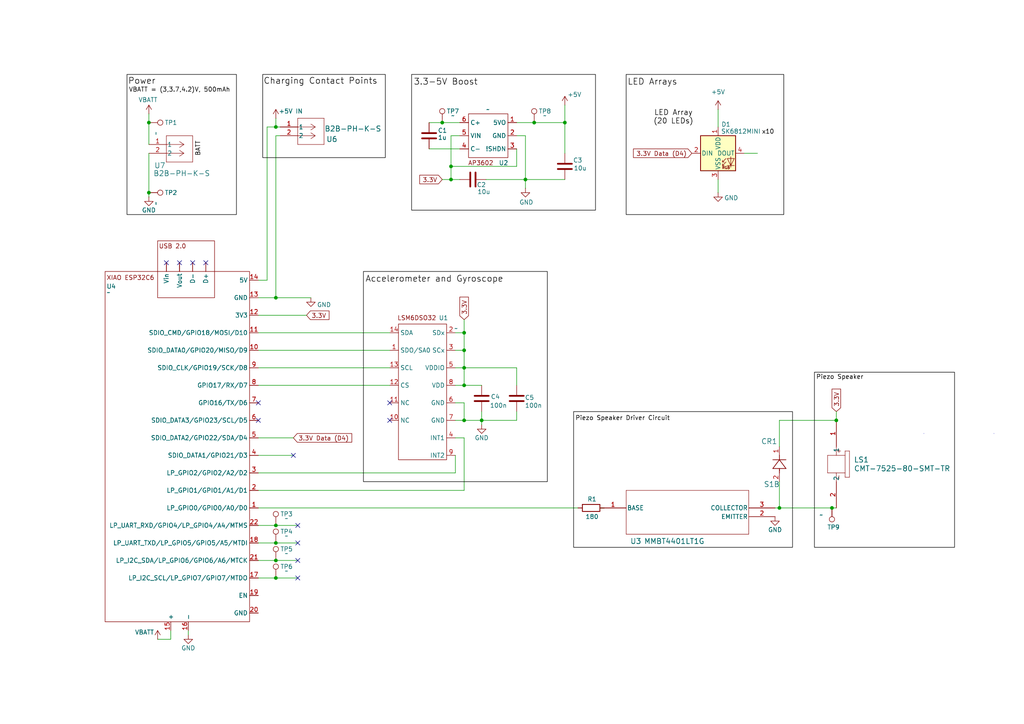
<source format=kicad_sch>
(kicad_sch (version 20231120) (generator "eeschema") (generator_version "8.0")
  (paper "A4")
  (title_block (title "LED20 Final Schematic") (date "2024-11-21") (rev "5") (company "Team 01") (comment 1 "Schematic of LED20"))
  (lib_symbols
    (symbol "2024-11-12_01-25-46:B2B-PH-K-S" (pin_names (offset 0.254))
      (property "Reference" "U6" (at 3.302 -4.318 0))
      (property "Value" "B2B-PH-K-S" (at 5.588 -6.35 0))
      (symbol "B2B-PH-K-S_1_1"
        (polyline (pts (xy 5.08 -5.08) (xy 12.7 -5.08)) (stroke (width 0.127)))
        (polyline (pts (xy 5.08 2.54) (xy 5.08 -5.08)) (stroke (width 0.127)))
        (polyline (pts (xy 10.16 -2.54) (xy 5.08 -2.54)) (stroke (width 0.127)))
        (polyline (pts (xy 10.16 -2.54) (xy 8.89 -3.3867)) (stroke (width 0.127)))
        (polyline (pts (xy 10.16 -2.54) (xy 8.89 -1.6933)) (stroke (width 0.127)))
        (polyline (pts (xy 10.16 0) (xy 5.08 0)) (stroke (width 0.127)))
        (polyline (pts (xy 10.16 0) (xy 8.89 -0.8467)) (stroke (width 0.127)))
        (polyline (pts (xy 10.16 0) (xy 8.89 0.8467)) (stroke (width 0.127)))
        (polyline (pts (xy 12.7 -5.08) (xy 12.7 2.54)) (stroke (width 0.127)))
        (polyline (pts (xy 12.7 2.54) (xy 5.08 2.54)) (stroke (width 0.127)))
        (pin power_out line (at 0 0 0) (length 5.08) (name "1") (number "1"))
        (pin power_out line (at 0 -2.54 0) (length 5.08) (name "2") (number "2"))
      )
    )
    (symbol "2024-11-12_02-31-52:CMT-7525-80-SMT-TR" (pin_names (offset 0.254))
      (property "Reference" "LS" (at 12.7 10.16 0))
      (property "Value" "CMT-7525-80-SMT-TR" (at 12.7 7.62 0))
      (symbol "CMT-7525-80-SMT-TR_1_1"
        (polyline (pts (xy 7.62 0) (xy 10.16 0)) (stroke (width 0.127)))
        (polyline (pts (xy 8.382 0.762) (xy 9.398 0.762)) (stroke (width 0.127)))
        (polyline (pts (xy 8.89 1.27) (xy 8.89 0.254)) (stroke (width 0.127)))
        (polyline (pts (xy 8.89 3.81) (xy 8.89 2.54)) (stroke (width 0.127)))
        (polyline (pts (xy 8.89 3.81) (xy 16.51 3.81)) (stroke (width 0.127)))
        (polyline (pts (xy 10.16 -2.54) (xy 15.24 -2.54)) (stroke (width 0.127)))
        (polyline (pts (xy 10.16 2.54) (xy 10.16 -2.54)) (stroke (width 0.127)))
        (polyline (pts (xy 15.24 -2.54) (xy 15.24 2.54)) (stroke (width 0.127)))
        (polyline (pts (xy 16.002 0.762) (xy 17.018 0.762)) (stroke (width 0.127)))
        (polyline (pts (xy 16.51 2.54) (xy 8.89 2.54)) (stroke (width 0.127)))
        (polyline (pts (xy 16.51 3.81) (xy 16.51 2.54)) (stroke (width 0.127)))
        (polyline (pts (xy 17.78 0) (xy 15.24 0)) (stroke (width 0.127)))
        (pin unspecified line (at 0 0 0) (length 7.62) (name "1") (number "1"))
        (pin unspecified line (at 25.4 0 180) (length 7.62) (name "2") (number "2"))
      )
    )
    (symbol "2024-11-20_21-45-17:MMBT4401LT1G" (pin_names (offset 0.254))
      (property "Reference" "U" (at 25.4 10.16 0))
      (property "Value" "MMBT4401LT1G" (at 25.4 7.62 0))
      (symbol "MMBT4401LT1G_0_1"
        (polyline (pts (xy 7.62 -7.62) (xy 43.18 -7.62)) (stroke (width 0.127)))
        (polyline (pts (xy 7.62 5.08) (xy 7.62 -7.62)) (stroke (width 0.127)))
        (polyline (pts (xy 43.18 -7.62) (xy 43.18 5.08)) (stroke (width 0.127)))
        (polyline (pts (xy 43.18 5.08) (xy 7.62 5.08)) (stroke (width 0.127)))
        (pin unspecified line (at 0 0 0) (length 7.62) (name "BASE") (number "1"))
        (pin unspecified line (at 50.8 -2.54 180) (length 7.62) (name "EMITTER") (number "2"))
        (pin unspecified line (at 50.8 0 180) (length 7.62) (name "COLLECTOR") (number "3"))
      )
    )
    (symbol "B2B-PH-K-S_1" (pin_names (offset 0.254))
      (property "Reference" "U7" (at 1.524 -6.096 0))
      (property "Value" "B2B-PH-K-S" (at 1.27 -8.382 0))
      (symbol "B2B-PH-K-S_1_1_1"
        (polyline (pts (xy 5.08 -5.08) (xy 12.7 -5.08)) (stroke (width 0.127)))
        (polyline (pts (xy 5.08 2.54) (xy 5.08 -5.08)) (stroke (width 0.127)))
        (polyline (pts (xy 10.16 -2.54) (xy 5.08 -2.54)) (stroke (width 0.127)))
        (polyline (pts (xy 10.16 -2.54) (xy 8.89 -3.3867)) (stroke (width 0.127)))
        (polyline (pts (xy 10.16 -2.54) (xy 8.89 -1.6933)) (stroke (width 0.127)))
        (polyline (pts (xy 10.16 0) (xy 5.08 0)) (stroke (width 0.127)))
        (polyline (pts (xy 10.16 0) (xy 8.89 -0.8467)) (stroke (width 0.127)))
        (polyline (pts (xy 10.16 0) (xy 8.89 0.8467)) (stroke (width 0.127)))
        (polyline (pts (xy 12.7 -5.08) (xy 12.7 2.54)) (stroke (width 0.127)))
        (polyline (pts (xy 12.7 2.54) (xy 5.08 2.54)) (stroke (width 0.127)))
        (pin power_out line (at 0 0 0) (length 5.08) (name "1") (number "1"))
        (pin power_out line (at 0 -2.54 0) (length 5.08) (name "2") (number "2"))
      )
    )
    (symbol "Connector:TestPoint" (pin_numbers hide) (pin_names (offset 0.762) hide)
      (property "Reference" "TP" (at 0 6.858 0))
      (property "Value" "TestPoint" (at 0 5.08 0))
      (symbol "TestPoint_0_1"
        (circle (center 0 3.302) (radius 0.762))
      )
      (symbol "TestPoint_1_1"
        (pin passive line (at 0 0 90) (length 2.54) (name "1") (number "1"))
      )
    )
    (symbol "Device:C" (pin_numbers hide) (pin_names (offset 0.254))
      (property "Reference" "C" (at 0.635 2.54 0))
      (property "Value" "C" (at 0.635 -2.54 0))
      (symbol "C_0_1"
        (polyline (pts (xy -2.032 -0.762) (xy 2.032 -0.762)) (stroke (width 0.508)))
        (polyline (pts (xy -2.032 0.762) (xy 2.032 0.762)) (stroke (width 0.508)))
      )
      (symbol "C_1_1"
        (pin passive line (at 0 3.81 270) (length 2.794) (name "~") (number "1"))
        (pin passive line (at 0 -3.81 90) (length 2.794) (name "~") (number "2"))
      )
    )
    (symbol "Device:R" (pin_numbers hide) (pin_names (offset 0))
      (property "Reference" "R" (at 2.032 0 90))
      (property "Value" "R" (at 0 0 90))
      (symbol "R_0_1"
        (rectangle (start -1.016 -2.54) (end 1.016 2.54) (stroke (width 0.254)))
      )
      (symbol "R_1_1"
        (pin passive line (at 0 3.81 270) (length 1.27) (name "~") (number "1"))
        (pin passive line (at 0 -3.81 90) (length 1.27) (name "~") (number "2"))
      )
    )
    (symbol "DiodeLED20:S1B" (pin_names (offset 0.254))
      (property "Reference" "CR" (at 5.08 4.445 0))
      (property "Value" "S1B" (at 5.08 -3.81 0))
      (symbol "S1B_1_1"
        (polyline (pts (xy 2.54 0) (xy 3.4798 0)) (stroke (width 0.2032)))
        (polyline (pts (xy 3.175 0) (xy 3.81 0)) (stroke (width 0.2032)))
        (polyline (pts (xy 3.81 -1.905) (xy 6.35 0)) (stroke (width 0.2032)))
        (polyline (pts (xy 3.81 1.905) (xy 3.81 -1.905)) (stroke (width 0.2032)))
        (polyline (pts (xy 6.35 -1.905) (xy 6.35 1.905)) (stroke (width 0.2032)))
        (polyline (pts (xy 6.35 0) (xy 3.81 1.905)) (stroke (width 0.2032)))
        (polyline (pts (xy 6.35 0) (xy 7.62 0)) (stroke (width 0.2032)))
        (pin unspecified line (at 10.16 0 180) (length 2.54) (name "") (number "1"))
        (pin unspecified line (at 0 0 0) (length 2.54) (name "") (number "2"))
      )
      (symbol "S1B_1_2"
        (polyline (pts (xy -1.905 3.81) (xy 1.905 3.81)) (stroke (width 0.2032)))
        (polyline (pts (xy 0 2.54) (xy 0 3.4798)) (stroke (width 0.2032)))
        (polyline (pts (xy 0 3.175) (xy 0 3.81)) (stroke (width 0.2032)))
        (polyline (pts (xy 0 6.35) (xy -1.905 3.81)) (stroke (width 0.2032)))
        (polyline (pts (xy 0 6.35) (xy 0 7.62)) (stroke (width 0.2032)))
        (polyline (pts (xy 1.905 3.81) (xy 0 6.35)) (stroke (width 0.2032)))
        (polyline (pts (xy 1.905 6.35) (xy -1.905 6.35)) (stroke (width 0.2032)))
        (pin unspecified line (at 0 10.16 270) (length 2.54) (name "") (number "1"))
        (pin unspecified line (at 0 0 90) (length 2.54) (name "") (number "2"))
      )
    )
    (symbol "LED20_Library:AP3602"
      (property "Reference" "U" (at 3.302 -14.224 0))
      (symbol "AP3602_0_1"
        (rectangle (start -7.62 0) (end 3.81 -12.7))
      )
      (symbol "AP3602_1_1"
        (text "AP3602" (at -4.064 -14.224 0) (effects (font (size 1.27 1.27))))
        (pin power_out line (at 6.35 -2.54 180) (length 2.54) (name "5VO") (number "1"))
        (pin power_in line (at 6.35 -6.35 180) (length 2.54) (name "GND") (number "2"))
        (pin input line (at 6.35 -10.16 180) (length 2.54) (name "!SHDN") (number "3"))
        (pin input line (at -10.16 -10.16 0) (length 2.54) (name "C-") (number "4"))
        (pin power_in line (at -10.16 -6.35 0) (length 2.54) (name "VIN") (number "5"))
        (pin input line (at -10.16 -2.54 0) (length 2.54) (name "C+") (number "6"))
      )
    )
    (symbol "LED20_Library:LSM6DSO32"
      (property "Reference" "U1" (at 1.524 4.318 0))
      (property "Value" "~" (at 6.0041 1.27 0))
      (symbol "LSM6DSO32_0_1"
        (rectangle (start -10.16 2.54) (end 3.81 -36.83))
      )
      (symbol "LSM6DSO32_1_1"
        (text "LSM6DSO32" (at -4.826 4.318 0) (effects (font (size 1.27 1.27))))
        (pin output line (at -12.7 -5.08 0) (length 2.54) (name "SDO/SA0") (number "1"))
        (pin unspecified line (at -12.7 -25.4 0) (length 2.54) (name "NC") (number "10"))
        (pin unspecified line (at -12.7 -20.32 0) (length 2.54) (name "NC") (number "11"))
        (pin input line (at -12.7 -15.24 0) (length 2.54) (name "CS") (number "12"))
        (pin output line (at -12.7 -10.16 0) (length 2.54) (name "SCL") (number "13"))
        (pin output line (at -12.7 0 0) (length 2.54) (name "SDA") (number "14"))
        (pin power_in line (at 6.35 0 180) (length 2.54) (name "SDx") (number "2"))
        (pin power_in line (at 6.35 -5.08 180) (length 2.54) (name "SCx") (number "3"))
        (pin output line (at 6.35 -30.48 180) (length 2.54) (name "INT1") (number "4"))
        (pin power_in line (at 6.35 -10.16 180) (length 2.54) (name "VDDIO") (number "5"))
        (pin power_in line (at 6.35 -20.32 180) (length 2.54) (name "GND") (number "6"))
        (pin power_in line (at 6.35 -25.4 180) (length 2.54) (name "GND") (number "7"))
        (pin power_in line (at 6.35 -15.24 180) (length 2.54) (name "VDD") (number "8"))
        (pin output line (at 6.35 -35.56 180) (length 2.54) (name "INT2") (number "9"))
      )
    )
    (symbol "LED20_Library:XIAO_ESP32C6"
      (property "Reference" "U4" (at -24.892 28.702 0))
      (property "Value" "~" (at -25.654 26.924 0))
      (symbol "XIAO_ESP32C6_0_1"
        (rectangle (start -26.67 33.02) (end 15.24 -68.58))
        (rectangle (start -11.43 41.91) (end 5.08 25.4))
      )
      (symbol "XIAO_ESP32C6_1_1"
        (text "USB 2.0" (at -7.112 40.386 0) (effects (font (size 1.27 1.27))))
        (text "XIAO ESP32C6" (at -19.304 31.242 0) (effects (font (size 1.27 1.27))))
        (pin bidirectional line (at 2.54 35.56 270) (length 2.54) (name "D+") (number ""))
        (pin bidirectional line (at -1.27 35.56 270) (length 2.54) (name "D-") (number ""))
        (pin power_in line (at -8.89 35.56 270) (length 2.54) (name "Vin") (number ""))
        (pin power_out line (at -5.08 35.56 270) (length 2.54) (name "Vout") (number ""))
        (pin bidirectional line (at 17.78 -35.56 180) (length 2.54) (name "LP_GPIO0/GPIO0/A0/D0") (number "1"))
        (pin bidirectional line (at 17.78 10.16 180) (length 2.54) (name "SDIO_DATA0/GPIO20/MISO/D9") (number "10"))
        (pin bidirectional line (at 17.78 15.24 180) (length 2.54) (name "SDIO_CMD/GPIO18/MOSI/D10") (number "11"))
        (pin power_out line (at 17.78 20.32 180) (length 2.54) (name "3V3") (number "12"))
        (pin power_in line (at 17.78 25.4 180) (length 2.54) (name "GND") (number "13"))
        (pin power_in line (at 17.78 30.48 180) (length 2.54) (name "5V") (number "14"))
        (pin power_in line (at -7.62 -71.12 90) (length 2.54) (name "+") (number "15"))
        (pin power_in line (at -2.54 -71.12 90) (length 2.54) (name "-") (number "16"))
        (pin bidirectional line (at 17.78 -55.88 180) (length 2.54) (name "LP_I2C_SCL/LP_GPIO7/GPIO7/MTDO") (number "17"))
        (pin bidirectional line (at 17.78 -45.72 180) (length 2.54) (name "LP_UART_TXD/LP_GPIO5/GPIO5/A5/MTDI") (number "18"))
        (pin power_in line (at 17.78 -60.96 180) (length 2.54) (name "EN") (number "19"))
        (pin bidirectional line (at 17.78 -30.48 180) (length 2.54) (name "LP_GPIO1/GPIO1/A1/D1") (number "2"))
        (pin power_in line (at 17.78 -66.04 180) (length 2.54) (name "GND") (number "20"))
        (pin bidirectional line (at 17.78 -50.8 180) (length 2.54) (name "LP_I2C_SDA/LP_GPIO6/GPIO6/A6/MTCK") (number "21"))
        (pin bidirectional line (at 17.78 -40.64 180) (length 2.54) (name "LP_UART_RXD/GPIO4/LP_GPIO4/A4/MTMS") (number "22"))
        (pin bidirectional line (at 17.78 -25.4 180) (length 2.54) (name "LP_GPIO2/GPIO2/A2/D2") (number "3"))
        (pin bidirectional line (at 17.78 -20.32 180) (length 2.54) (name "SDIO_DATA1/GPIO21/D3") (number "4"))
        (pin bidirectional line (at 17.78 -15.24 180) (length 2.54) (name "SDIO_DATA2/GPIO22/SDA/D4") (number "5"))
        (pin bidirectional line (at 17.78 -10.16 180) (length 2.54) (name "SDIO_DATA3/GPIO23/SCL/D5") (number "6"))
        (pin bidirectional line (at 17.78 -5.08 180) (length 2.54) (name "GPIO16/TX/D6") (number "7"))
        (pin bidirectional line (at 17.78 0 180) (length 2.54) (name "GPIO17/RX/D7") (number "8"))
        (pin bidirectional line (at 17.78 5.08 180) (length 2.54) (name "SDIO_CLK/GPIO19/SCK/D8") (number "9"))
      )
    )
    (symbol "LED:SK6812MINI" (pin_names (offset 0.254))
      (property "Reference" "D1" (at 2.286 8.382 0))
      (property "Value" "SK6812MINI" (at 6.604 6.35 0))
      (symbol "SK6812MINI_0_0"
        (text "RGB" (at 2.286 -4.191 0) (effects (font (size 0.762 0.762))))
      )
      (symbol "SK6812MINI_0_1"
        (polyline (pts (xy 1.27 -3.556) (xy 1.778 -3.556)))
        (polyline (pts (xy 1.27 -2.54) (xy 1.778 -2.54)))
        (polyline (pts (xy 4.699 -3.556) (xy 2.667 -3.556)))
        (polyline (pts (xy 2.286 -2.54) (xy 1.27 -3.556) (xy 1.27 -3.048)))
        (polyline (pts (xy 2.286 -1.524) (xy 1.27 -2.54) (xy 1.27 -2.032)))
        (polyline (pts (xy 3.683 -1.016) (xy 3.683 -3.556) (xy 3.683 -4.064)))
        (polyline (pts (xy 4.699 -1.524) (xy 2.667 -1.524) (xy 3.683 -3.556) (xy 4.699 -1.524)))
        (rectangle (start 5.08 5.08) (end -5.08 -5.08) (stroke (width 0.254)) (fill (type background)))
      )
      (symbol "SK6812MINI_1_1"
        (pin power_in line (at 0 7.62 270) (length 2.54) (name "VDD") (number "1"))
        (pin input line (at -7.62 0 0) (length 2.54) (name "DIN") (number "2"))
        (pin power_in line (at 0 -7.62 90) (length 2.54) (name "VSS") (number "3"))
        (pin output line (at 7.62 0 180) (length 2.54) (name "DOUT") (number "4"))
      )
    )
    (symbol "power:+5V" (power) (pin_numbers hide) (pin_names (offset 0) hide)
      (property "Value" "+5V" (at 0 3.556 0))
      (symbol "+5V_0_1"
        (polyline (pts (xy -0.762 1.27) (xy 0 2.54)))
        (polyline (pts (xy 0 0) (xy 0 2.54)))
        (polyline (pts (xy 0 2.54) (xy 0.762 1.27)))
      )
      (symbol "+5V_1_1"
        (pin power_in line (at 0 0 90) (length 0) (name "~") (number "1"))
      )
    )
    (symbol "power:+BATT" (power) (pin_numbers hide) (pin_names (offset 0) hide)
      (property "Value" "+BATT" (at 0 3.556 0))
      (symbol "+BATT_0_1"
        (polyline (pts (xy -0.762 1.27) (xy 0 2.54)))
        (polyline (pts (xy 0 0) (xy 0 2.54)))
        (polyline (pts (xy 0 2.54) (xy 0.762 1.27)))
      )
      (symbol "+BATT_1_1"
        (pin power_in line (at 0 0 90) (length 0) (name "~") (number "1"))
      )
    )
    (symbol "power:GND" (power) (pin_numbers hide) (pin_names (offset 0) hide)
      (property "Value" "GND" (at 0 -3.81 0))
      (symbol "GND_0_1"
        (polyline (pts (xy 0 0) (xy 0 -1.27) (xy 1.27 -1.27) (xy 0 -2.54) (xy -1.27 -1.27) (xy 0 -1.27)))
      )
      (symbol "GND_1_1"
        (pin power_in line (at 0 0 270) (length 0) (name "~") (number "1"))
      )
    )
  )
  (junction (at 139.7 121.92))
  (junction (at 134.62 121.92))
  (junction (at 130.81 52.07))
  (junction (at 134.62 106.68))
  (junction (at 241.3 147.32))
  (junction (at 43.18 35.56))
  (junction (at 80.01 167.64))
  (junction (at 80.01 36.83))
  (junction (at 152.4 52.07))
  (junction (at 80.01 86.36))
  (junction (at 242.57 121.92))
  (junction (at 43.18 55.88))
  (junction (at 134.62 101.6))
  (junction (at 226.06 147.32))
  (junction (at 80.01 162.56))
  (junction (at 80.01 157.48))
  (junction (at 130.81 48.26))
  (junction (at 154.94 35.56))
  (junction (at 134.62 96.52))
  (junction (at 128.27 35.56))
  (junction (at 163.83 35.56))
  (junction (at 134.62 111.76))
  (junction (at 80.01 152.4))
  (no_connect (at 113.03 116.84))
  (no_connect (at 113.03 121.92))
  (no_connect (at 55.88 76.2))
  (no_connect (at 86.36 152.4))
  (no_connect (at 59.69 76.2))
  (no_connect (at 86.36 162.56))
  (no_connect (at 74.93 116.84))
  (no_connect (at 86.36 167.64))
  (no_connect (at 74.93 121.92))
  (no_connect (at 85.09 132.08))
  (no_connect (at 52.07 76.2))
  (no_connect (at 86.36 157.48))
  (no_connect (at 48.26 76.2))
  (wire (pts (xy 152.4 54.61) (xy 152.4 52.07)))
  (wire (pts (xy 134.62 142.24) (xy 134.62 127)))
  (wire (pts (xy 132.08 132.08) (xy 132.08 137.16)))
  (wire (pts (xy 80.01 86.36) (xy 90.17 86.36)))
  (wire (pts (xy 215.9 44.45) (xy 219.71 44.45)))
  (wire (pts (xy 175.26 147.32) (xy 173.99 147.32)))
  (wire (pts (xy 139.7 121.92) (xy 134.62 121.92)))
  (wire (pts (xy 163.83 35.56) (xy 163.83 44.45)))
  (wire (pts (xy 224.79 147.32) (xy 226.06 147.32)))
  (wire (pts (xy 80.01 152.4) (xy 74.93 152.4)))
  (wire (pts (xy 152.4 52.07) (xy 152.4 39.37)))
  (wire (pts (xy 134.62 127) (xy 132.08 127)))
  (wire (pts (xy 74.93 127) (xy 85.09 127)))
  (wire (pts (xy 163.83 30.48) (xy 163.83 35.56)))
  (wire (pts (xy 134.62 96.52) (xy 134.62 92.71)))
  (wire (pts (xy 132.08 116.84) (xy 134.62 116.84)))
  (wire (pts (xy 86.36 152.4) (xy 80.01 152.4)))
  (wire (pts (xy 74.93 101.6) (xy 113.03 101.6)))
  (wire (pts (xy 80.01 157.48) (xy 74.93 157.48)))
  (wire (pts (xy 132.08 101.6) (xy 134.62 101.6)))
  (wire (pts (xy 74.93 137.16) (xy 132.08 137.16)))
  (wire (pts (xy 134.62 111.76) (xy 139.7 111.76)))
  (wire (pts (xy 152.4 52.07) (xy 163.83 52.07)))
  (wire (pts (xy 74.93 132.08) (xy 85.09 132.08)))
  (wire (pts (xy 43.18 44.45) (xy 43.18 55.88)))
  (wire (pts (xy 132.08 121.92) (xy 134.62 121.92)))
  (wire (pts (xy 208.28 52.07) (xy 208.28 55.88)))
  (wire (pts (xy 86.36 167.64) (xy 80.01 167.64)))
  (wire (pts (xy 130.81 52.07) (xy 133.35 52.07)))
  (wire (pts (xy 43.18 55.88) (xy 43.18 57.15)))
  (wire (pts (xy 80.01 39.37) (xy 80.01 86.36)))
  (wire (pts (xy 149.86 48.26) (xy 130.81 48.26)))
  (wire (pts (xy 74.93 147.32) (xy 167.64 147.32)))
  (wire (pts (xy 226.06 139.7) (xy 226.06 147.32)))
  (wire (pts (xy 226.06 147.32) (xy 241.3 147.32)))
  (wire (pts (xy 132.08 111.76) (xy 134.62 111.76)))
  (wire (pts (xy 132.08 96.52) (xy 134.62 96.52)))
  (wire (pts (xy 139.7 123.19) (xy 139.7 121.92)))
  (wire (pts (xy 149.86 111.76) (xy 149.86 106.68)))
  (wire (pts (xy 74.93 142.24) (xy 134.62 142.24)))
  (wire (pts (xy 130.81 48.26) (xy 130.81 52.07)))
  (wire (pts (xy 134.62 111.76) (xy 134.62 106.68)))
  (wire (pts (xy 133.35 39.37) (xy 130.81 39.37)))
  (wire (pts (xy 80.01 167.64) (xy 74.93 167.64)))
  (wire (pts (xy 134.62 106.68) (xy 149.86 106.68)))
  (wire (pts (xy 86.36 162.56) (xy 80.01 162.56)))
  (wire (pts (xy 74.93 91.44) (xy 88.9 91.44)))
  (wire (pts (xy 241.3 147.32) (xy 242.57 147.32)))
  (wire (pts (xy 130.81 39.37) (xy 130.81 48.26)))
  (wire (pts (xy 140.97 52.07) (xy 152.4 52.07)))
  (wire (pts (xy 128.27 35.56) (xy 133.35 35.56)))
  (wire (pts (xy 54.61 182.88) (xy 54.61 184.15)))
  (wire (pts (xy 226.06 129.54) (xy 226.06 121.92)))
  (wire (pts (xy 149.86 39.37) (xy 152.4 39.37)))
  (wire (pts (xy 43.18 35.56) (xy 43.18 41.91)))
  (wire (pts (xy 74.93 106.68) (xy 113.03 106.68)))
  (wire (pts (xy 77.47 36.83) (xy 80.01 36.83)))
  (wire (pts (xy 149.86 35.56) (xy 154.94 35.56)))
  (wire (pts (xy 139.7 121.92) (xy 149.86 121.92)))
  (wire (pts (xy 49.53 185.42) (xy 49.53 182.88)))
  (wire (pts (xy 80.01 162.56) (xy 74.93 162.56)))
  (wire (pts (xy 45.72 185.42) (xy 49.53 185.42)))
  (wire (pts (xy 134.62 106.68) (xy 134.62 101.6)))
  (wire (pts (xy 154.94 35.56) (xy 163.83 35.56)))
  (wire (pts (xy 139.7 119.38) (xy 139.7 121.92)))
  (wire (pts (xy 124.46 35.56) (xy 128.27 35.56)))
  (wire (pts (xy 80.01 39.37) (xy 81.28 39.37)))
  (wire (pts (xy 132.08 106.68) (xy 134.62 106.68)))
  (wire (pts (xy 134.62 116.84) (xy 134.62 121.92)))
  (wire (pts (xy 77.47 81.28) (xy 74.93 81.28)))
  (wire (pts (xy 208.28 31.75) (xy 208.28 36.83)))
  (wire (pts (xy 74.93 86.36) (xy 80.01 86.36)))
  (wire (pts (xy 80.01 34.29) (xy 80.01 36.83)))
  (wire (pts (xy 86.36 157.48) (xy 80.01 157.48)))
  (wire (pts (xy 74.93 96.52) (xy 113.03 96.52)))
  (wire (pts (xy 149.86 119.38) (xy 149.86 121.92)))
  (wire (pts (xy 43.18 33.02) (xy 43.18 35.56)))
  (wire (pts (xy 134.62 101.6) (xy 134.62 96.52)))
  (wire (pts (xy 124.46 43.18) (xy 133.35 43.18)))
  (wire (pts (xy 74.93 111.76) (xy 113.03 111.76)))
  (wire (pts (xy 242.57 119.38) (xy 242.57 121.92)))
  (wire (pts (xy 81.28 36.83) (xy 80.01 36.83)))
  (wire (pts (xy 77.47 36.83) (xy 77.47 81.28)))
  (wire (pts (xy 149.86 43.18) (xy 149.86 48.26)))
  (wire (pts (xy 226.06 121.92) (xy 242.57 121.92)))
  (wire (pts (xy 128.27 52.07) (xy 130.81 52.07)))
  (rectangle (start 267.97 125.73) (end 267.97 125.73))
  (rectangle (start 105.41 78.74) (end 158.75 139.7) (stroke (width 0) (color 0 0 0 1)))
  (rectangle (start 166.37 119.38) (end 229.87 158.75) (stroke (width 0) (color 0 0 0 1)))
  (rectangle (start 76.2 21.59) (end 111.76 45.72) (stroke (width 0) (color 0 0 0 1)))
  (rectangle (start 181.61 21.59) (end 227.33 62.23) (stroke (width 0) (color 0 0 0 1)))
  (rectangle (start 119.38 21.59) (end 172.72 60.96) (stroke (width 0) (color 0 0 0 1)))
  (rectangle (start 288.29 125.73) (end 288.29 125.73))
  (rectangle (start 236.22 107.95) (end 276.86 158.75) (stroke (width 0) (color 0 0 0 1)))
  (rectangle (start 36.83 21.59) (end 68.58 62.23) (stroke (width 0) (color 0 0 0 1)))
  (text "Charging Contact Points\n" (at 92.964 23.622 0) (effects (font (size 1.778 1.778))))
  (text "Piezo Speaker\n" (at 243.586 109.474 0) (effects (font (size 1.27 1.27))))
  (text "3.3-5V Boost" (at 129.286 23.876 0) (effects (font (size 1.778 1.778))))
  (text "VBATT = (3,3.7,4.2)V, 500mAh" (at 52.07 26.162 0) (effects (font (size 1.27 1.27))))
  (text "BATT" (at 57.404 43.18 90) (effects (font (size 1.27 1.27))))
  (text "LED Arrays" (at 189.23 23.876 0) (effects (font (size 1.778 1.778))))
  (text "Piezo Speaker Driver Circuit\n" (at 180.594 121.412 0) (effects (font (size 1.27 1.27))))
  (text "Power" (at 41.148 23.622 0) (effects (font (size 1.778 1.778))))
  (text "Accelerometer and Gyroscope\n" (at 125.984 81.026 0) (effects (font (size 1.778 1.778))))
  (text "LED Array\n(20 LEDs)" (at 195.326 34.036 0) (effects (font (size 1.524 1.524))))
  (text "x10" (at 222.758 38.354 0) (effects (font (size 1.27 1.27))))
  (global_label "3.3V" (shape input) (at 134.62 92.71 90) (property "Intersheetrefs" "${INTERSHEET_REFS}" (effects (hide yes))))
  (global_label "3.3V" (shape input) (at 242.57 119.38 90) (property "Intersheetrefs" "${INTERSHEET_REFS}" (effects (hide yes))))
  (global_label "3.3V" (shape input) (at 128.27 52.07 180) (property "Intersheetrefs" "${INTERSHEET_REFS}" (effects (hide yes))))
  (global_label "3.3V Data (D4)" (shape input) (at 200.66 44.45 180) (property "Intersheetrefs" "${INTERSHEET_REFS}" (effects (hide yes))))
  (global_label "3.3V Data (D4)" (shape input) (at 85.09 127 0) (property "Intersheetrefs" "${INTERSHEET_REFS}" (effects (hide yes))))
  (global_label "3.3V" (shape input) (at 88.9 91.44 0) (property "Intersheetrefs" "${INTERSHEET_REFS}" (effects (hide yes))))
  (symbol (lib_id "power:+5V") (at 163.83 30.48 0) (unit 1)
    (property "Reference" "#PWR05" (effects (hide yes)))
    (property "Value" "+5V" (at 166.624 27.432 0))
    (property "Description" "Power symbol creates a global label with name \"+5V\"" (effects (hide yes)))
  )
  (symbol (lib_id "Device:C") (at 149.86 115.57 180) (unit 1)
    (property "Reference" "C5" (at 154.94 115.316 0) (effects (justify left)))
    (property "Value" "100n" (at 157.226 117.602 0) (effects (justify left)))
    (property "Footprint" "Capacitor_SMD:C_0603_1608Metric" (effects (hide yes)))
    (property "Description" "Unpolarized capacitor" (effects (hide yes)))
  )
  (symbol (lib_id "Device:C") (at 124.46 39.37 0) (unit 1)
    (property "Reference" "C1" (at 127 37.846 0) (effects (justify left)))
    (property "Value" "1u" (at 127 39.878 0) (effects (justify left)))
    (property "Footprint" "Capacitor_SMD:C_0603_1608Metric" (effects (hide yes)))
    (property "Description" "Unpolarized capacitor" (effects (hide yes)))
  )
  (symbol (lib_id "power:+5V") (at 208.28 31.75 0) (unit 1)
    (property "Reference" "#PWR08" (effects (hide yes)))
    (property "Value" "+5V" (at 208.28 26.67 0))
    (property "Description" "Power symbol creates a global label with name \"+5V\"" (effects (hide yes)))
  )
  (symbol (lib_id "Connector:TestPoint") (at 80.01 167.64 0) (unit 1)
    (property "Reference" "TP6" (at 81.28 164.338 0) (effects (justify left)))
    (property "Value" "~" (at 82.55 165.608 0) (effects (justify left)))
    (property "Footprint" "TestPoint:TestPoint_Pad_D1.0mm" (effects (hide yes)))
    (property "Description" "test point" (effects (hide yes)))
  )
  (symbol (lib_id "Device:C") (at 163.83 48.26 180) (unit 1)
    (property "Reference" "C3" (at 168.91 46.482 0) (effects (justify left)))
    (property "Value" "10u" (at 170.18 48.768 0) (effects (justify left)))
    (property "Footprint" "Capacitor_SMD:C_0603_1608Metric" (effects (hide yes)))
    (property "Description" "Unpolarized capacitor" (effects (hide yes)))
  )
  (symbol (lib_id "power:GND") (at 224.79 149.86 0) (unit 1)
    (property "Reference" "#PWR015" (effects (hide yes)))
    (property "Value" "GND" (at 224.79 153.67 0))
    (property "Description" "Power symbol creates a global label with name \"GND\" , ground" (effects (hide yes)))
  )
  (symbol (lib_id "Connector:TestPoint") (at 80.01 157.48 0) (unit 1)
    (property "Reference" "TP4" (at 81.28 154.178 0) (effects (justify left)))
    (property "Value" "~" (at 82.55 155.448 0) (effects (justify left)))
    (property "Footprint" "TestPoint:TestPoint_Pad_D1.0mm" (effects (hide yes)))
    (property "Description" "test point" (effects (hide yes)))
  )
  (symbol (lib_id "power:GND") (at 208.28 55.88 0) (unit 1)
    (property "Reference" "#PWR010" (effects (hide yes)))
    (property "Value" "GND" (at 212.09 57.404 0))
    (property "Description" "Power symbol creates a global label with name \"GND\" , ground" (effects (hide yes)))
  )
  (symbol (lib_id "power:+BATT") (at 45.72 185.42 0) (unit 1)
    (property "Reference" "#PWR03" (effects (hide yes)))
    (property "Value" "VBATT" (at 41.91 183.388 0))
    (property "Description" "Power symbol creates a global label with name \"+BATT\"" (effects (hide yes)))
  )
  (symbol (lib_id "power:GND") (at 43.18 57.15 0) (unit 1)
    (property "Reference" "#PWR01" (effects (hide yes)))
    (property "Value" "GND" (at 43.18 60.96 0))
    (property "Description" "Power symbol creates a global label with name \"GND\" , ground" (effects (hide yes)))
  )
  (symbol (lib_id "LED20_Library:LSM6DSO32") (at 125.73 96.52 0) (unit 1)
    (property "Reference" "U1" (at 127.254 92.202 0) (effects (justify left)))
    (property "Value" "~" (at 131.7341 95.25 0) (effects (justify left)))
    (property "Footprint" "Led20:LGA-14L_2P5X3X0P83_STM-L" (effects (hide yes)))
  )
  (symbol (lib_id "Connector:TestPoint") (at 80.01 152.4 0) (unit 1)
    (property "Reference" "TP3" (at 81.28 149.098 0) (effects (justify left)))
    (property "Value" "~" (at 82.55 150.368 0) (effects (justify left)))
    (property "Footprint" "TestPoint:TestPoint_Pad_D1.0mm" (effects (hide yes)))
    (property "Description" "test point" (effects (hide yes)))
  )
  (symbol (lib_id "2024-11-12_01-25-46:B2B-PH-K-S") (at 81.28 36.83 0) (unit 1)
    (property "Reference" "U6" (at 96.266 40.386 0) (effects (font (size 1.524 1.524))))
    (property "Value" "B2B-PH-K-S" (at 102.362 37.338 0) (effects (font (size 1.524 1.524))))
    (property "Footprint" "Connector_JST:JST_PH_B2B-PH-K_1x02_P2.00mm_Vertical" (effects (hide yes)))
    (property "Datasheet" "B2B-PH-K-S" (effects (hide yes)))
  )
  (symbol (lib_id "power:+BATT") (at 80.01 34.29 0) (mirror y) (unit 1)
    (property "Reference" "#PWR011" (effects (hide yes)))
    (property "Value" "+5V IN" (at 84.328 32.258 0))
    (property "Description" "Power symbol creates a global label with name \"+BATT\"" (effects (hide yes)))
  )
  (symbol (lib_id "2024-11-12_02-31-52:CMT-7525-80-SMT-TR") (at 242.57 121.92 270) (unit 1)
    (property "Reference" "LS1" (at 247.65 133.3499 90) (effects (font (size 1.524 1.524)) (justify left)))
    (property "Value" "CMT-7525-80-SMT-TR" (at 247.65 135.8899 90) (effects (font (size 1.524 1.524)) (justify left)))
    (property "Footprint" "Led20:CMT-7525-80-SMT-TR_CUD" (effects (hide yes)))
    (property "Datasheet" "CMT-7525-80-SMT-TR" (effects (hide yes)))
  )
  (symbol (lib_id "power:GND") (at 54.61 184.15 0) (unit 1)
    (property "Reference" "#PWR04" (effects (hide yes)))
    (property "Value" "GND" (at 54.61 187.96 0))
    (property "Description" "Power symbol creates a global label with name \"GND\" , ground" (effects (hide yes)))
  )
  (symbol (lib_id "Connector:TestPoint") (at 154.94 35.56 0) (unit 1)
    (property "Reference" "TP8" (at 156.21 32.258 0) (effects (justify left)))
    (property "Value" "~" (at 157.48 33.528 0) (effects (justify left)))
    (property "Footprint" "TestPoint:TestPoint_Pad_D1.0mm" (effects (hide yes)))
    (property "Description" "test point" (effects (hide yes)))
  )
  (symbol (lib_id "power:GND") (at 139.7 123.19 0) (unit 1)
    (property "Reference" "#PWR014" (effects (hide yes)))
    (property "Value" "GND" (at 139.7 127 0))
    (property "Description" "Power symbol creates a global label with name \"GND\" , ground" (effects (hide yes)))
  )
  (symbol (lib_id "LED20_Library:XIAO_ESP32C6") (at 57.15 111.76 0) (unit 1)
    (property "Reference" "U4" (at 32.258 83.058 0))
    (property "Value" "~" (at 31.496 84.836 0))
    (property "Footprint" "Led20:XIAO-ESP32-C6-SMD" (effects (hide yes)))
  )
  (symbol (lib_id "Connector:TestPoint") (at 43.18 35.56 270) (unit 1)
    (property "Reference" "TP1" (at 47.752 35.56 90) (effects (justify left)))
    (property "Value" "~" (at 45.212 38.1 0) (effects (justify left)))
    (property "Footprint" "TestPoint:TestPoint_Pad_D1.0mm" (effects (hide yes)))
    (property "Description" "test point" (effects (hide yes)))
  )
  (symbol (lib_id "power:+BATT") (at 43.18 33.02 0) (unit 1)
    (property "Reference" "#PWR02" (effects (hide yes)))
    (property "Value" "VBATT" (at 42.926 28.956 0))
    (property "Description" "Power symbol creates a global label with name \"+BATT\"" (effects (hide yes)))
  )
  (symbol (lib_id "Device:R") (at 171.45 147.32 90) (unit 1)
    (property "Reference" "R1" (at 171.704 144.78 90))
    (property "Value" "180" (at 171.704 149.86 90))
    (property "Footprint" "Resistor_SMD:R_0603_1608Metric" (effects (hide yes)))
    (property "Description" "Resistor" (effects (hide yes)))
  )
  (symbol (lib_id "Connector:TestPoint") (at 128.27 35.56 0) (unit 1)
    (property "Reference" "TP7" (at 129.54 32.258 0) (effects (justify left)))
    (property "Value" "~" (at 130.81 33.528 0) (effects (justify left)))
    (property "Footprint" "TestPoint:TestPoint_Pad_D1.0mm" (effects (hide yes)))
    (property "Description" "test point" (effects (hide yes)))
  )
  (symbol (lib_id "DiodeLED20:S1B") (at 226.06 139.7 90) (unit 1)
    (property "Reference" "CR1" (at 220.726 128.016 90) (effects (font (size 1.524 1.524)) (justify right)))
    (property "Value" "S1B" (at 221.488 140.462 90) (effects (font (size 1.524 1.524)) (justify right)))
    (property "Footprint" "Footprints:SMA_403AE_OSI" (effects (hide yes)))
    (property "Datasheet" "S1B" (effects (hide yes)))
  )
  (symbol (lib_name "B2B-PH-K-S_1") (lib_id "2024-11-12_01-25-46:B2B-PH-K-S") (at 43.18 41.91 0) (unit 1)
    (property "Reference" "U7" (at 44.704 48.006 0) (effects (font (size 1.524 1.524)) (justify left)))
    (property "Value" "B2B-PH-K-S" (at 44.45 50.292 0) (effects (font (size 1.524 1.524)) (justify left)))
    (property "Footprint" "Connector_JST:JST_PH_B2B-PH-K_1x02_P2.00mm_Vertical" (effects (hide yes)))
    (property "Datasheet" "B2B-PH-K-S" (effects (hide yes)))
  )
  (symbol (lib_id "2024-11-20_21-45-17:MMBT4401LT1G") (at 173.99 147.32 0) (unit 1)
    (property "Reference" "U3" (at 184.404 156.972 0) (effects (font (size 1.524 1.524))))
    (property "Value" "MMBT4401LT1G" (at 195.58 156.972 0) (effects (font (size 1.524 1.524))))
    (property "Footprint" "Footprints:SOT-23_ONS" (effects (hide yes)))
    (property "Datasheet" "MMBT4401LT1G" (effects (hide yes)))
  )
  (symbol (lib_id "LED:SK6812MINI") (at 208.28 44.45 0) (unit 1)
    (property "Reference" "D1" (at 210.566 36.068 0))
    (property "Value" "SK6812MINI" (at 214.884 38.1 0))
    (property "Footprint" "Connector_JST:JST_PH_B3B-PH-K_1x03_P2.00mm_Vertical" (effects (hide yes)))
    (property "Datasheet" "https://cdn-shop.adafruit.com/product-files/2686/SK6812MINI_REV.01-1-2.pdf" (effects (hide yes)))
    (property "Description" "RGB LED with integrated controller" (effects (hide yes)))
  )
  (symbol (lib_id "Connector:TestPoint") (at 43.18 55.88 270) (unit 1)
    (property "Reference" "TP2" (at 47.752 55.88 90) (effects (justify left)))
    (property "Value" "~" (at 45.212 58.42 0) (effects (justify left)))
    (property "Footprint" "TestPoint:TestPoint_Pad_D1.0mm" (effects (hide yes)))
    (property "Description" "test point" (effects (hide yes)))
  )
  (symbol (lib_id "Device:C") (at 137.16 52.07 90) (unit 1)
    (property "Reference" "C2" (at 140.97 53.594 90) (effects (justify left)))
    (property "Value" "10u" (at 142.24 55.626 90) (effects (justify left)))
    (property "Footprint" "Capacitor_SMD:C_0603_1608Metric" (effects (hide yes)))
    (property "Description" "Unpolarized capacitor" (effects (hide yes)))
  )
  (symbol (lib_id "LED20_Library:AP3602") (at 143.51 33.02 0) (unit 1)
    (property "Reference" "U2" (at 146.05 47.244 0))
    (property "Value" "~" (at 141.5282 31.75 0))
    (property "Footprint" "Led20:ChargePump" (effects (hide yes)))
  )
  (symbol (lib_id "Connector:TestPoint") (at 80.01 162.56 0) (unit 1)
    (property "Reference" "TP5" (at 81.28 159.258 0) (effects (justify left)))
    (property "Value" "~" (at 82.55 160.528 0) (effects (justify left)))
    (property "Footprint" "TestPoint:TestPoint_Pad_D1.0mm" (effects (hide yes)))
    (property "Description" "test point" (effects (hide yes)))
  )
  (symbol (lib_id "power:GND") (at 152.4 54.61 0) (unit 1)
    (property "Reference" "#PWR09" (effects (hide yes)))
    (property "Value" "GND" (at 152.654 58.674 0))
    (property "Description" "Power symbol creates a global label with name \"GND\" , ground" (effects (hide yes)))
  )
  (symbol (lib_id "power:GND") (at 90.17 86.36 0) (unit 1)
    (property "Reference" "#PWR07" (effects (hide yes)))
    (property "Value" "GND" (at 93.98 88.392 0))
    (property "Description" "Power symbol creates a global label with name \"GND\" , ground" (effects (hide yes)))
  )
  (symbol (lib_id "Connector:TestPoint") (at 241.3 147.32 180) (unit 1)
    (property "Reference" "TP9" (at 243.586 152.908 0) (effects (justify left)))
    (property "Value" "~" (at 238.76 149.352 0) (effects (justify left)))
    (property "Footprint" "TestPoint:TestPoint_Pad_D1.0mm" (effects (hide yes)))
    (property "Description" "test point" (effects (hide yes)))
  )
  (symbol (lib_id "Device:C") (at 139.7 115.57 180) (unit 1)
    (property "Reference" "C4" (at 145.034 115.062 0) (effects (justify left)))
    (property "Value" "100n" (at 147.066 117.602 0) (effects (justify left)))
    (property "Footprint" "Capacitor_SMD:C_0603_1608Metric" (effects (hide yes)))
    (property "Description" "Unpolarized capacitor" (effects (hide yes)))
  )
)
</source>
